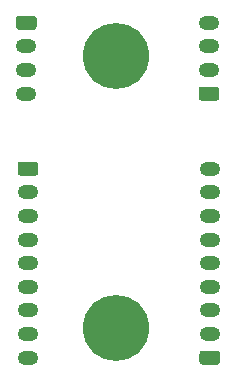
<source format=gbr>
%TF.GenerationSoftware,KiCad,Pcbnew,(5.1.9)-1*%
%TF.CreationDate,2021-03-11T22:21:30-06:00*%
%TF.ProjectId,OpeNITHM-Tower-Extenders__Main-Body,4f70654e-4954-4484-9d2d-546f7765722d,rev?*%
%TF.SameCoordinates,Original*%
%TF.FileFunction,Copper,L2,Bot*%
%TF.FilePolarity,Positive*%
%FSLAX46Y46*%
G04 Gerber Fmt 4.6, Leading zero omitted, Abs format (unit mm)*
G04 Created by KiCad (PCBNEW (5.1.9)-1) date 2021-03-11 22:21:30*
%MOMM*%
%LPD*%
G01*
G04 APERTURE LIST*
%TA.AperFunction,ComponentPad*%
%ADD10O,1.750000X1.200000*%
%TD*%
%TA.AperFunction,ComponentPad*%
%ADD11C,5.600000*%
%TD*%
G04 APERTURE END LIST*
D10*
%TO.P,J4,9*%
%TO.N,Net-(J3-Pad1)*%
X82320000Y-59440000D03*
%TO.P,J4,8*%
%TO.N,Net-(J3-Pad2)*%
X82320000Y-61440000D03*
%TO.P,J4,7*%
%TO.N,Net-(J3-Pad3)*%
X82320000Y-63440000D03*
%TO.P,J4,6*%
%TO.N,Net-(J3-Pad4)*%
X82320000Y-65440000D03*
%TO.P,J4,5*%
%TO.N,Net-(J3-Pad5)*%
X82320000Y-67440000D03*
%TO.P,J4,4*%
%TO.N,Net-(J3-Pad6)*%
X82320000Y-69440000D03*
%TO.P,J4,3*%
%TO.N,Net-(J3-Pad7)*%
X82320000Y-71440000D03*
%TO.P,J4,2*%
%TO.N,Net-(J3-Pad8)*%
X82320000Y-73440000D03*
%TO.P,J4,1*%
%TO.N,Net-(J3-Pad9)*%
%TA.AperFunction,ComponentPad*%
G36*
G01*
X82945001Y-76040000D02*
X81694999Y-76040000D01*
G75*
G02*
X81445000Y-75790001I0J249999D01*
G01*
X81445000Y-75089999D01*
G75*
G02*
X81694999Y-74840000I249999J0D01*
G01*
X82945001Y-74840000D01*
G75*
G02*
X83195000Y-75089999I0J-249999D01*
G01*
X83195000Y-75790001D01*
G75*
G02*
X82945001Y-76040000I-249999J0D01*
G01*
G37*
%TD.AperFunction*%
%TD*%
%TO.P,J2,4*%
%TO.N,Net-(J1-Pad1)*%
X82250000Y-47080000D03*
%TO.P,J2,3*%
%TO.N,Net-(J1-Pad2)*%
X82250000Y-49080000D03*
%TO.P,J2,2*%
%TO.N,Net-(J1-Pad3)*%
X82250000Y-51080000D03*
%TO.P,J2,1*%
%TO.N,Net-(J1-Pad4)*%
%TA.AperFunction,ComponentPad*%
G36*
G01*
X82875001Y-53680000D02*
X81624999Y-53680000D01*
G75*
G02*
X81375000Y-53430001I0J249999D01*
G01*
X81375000Y-52729999D01*
G75*
G02*
X81624999Y-52480000I249999J0D01*
G01*
X82875001Y-52480000D01*
G75*
G02*
X83125000Y-52729999I0J-249999D01*
G01*
X83125000Y-53430001D01*
G75*
G02*
X82875001Y-53680000I-249999J0D01*
G01*
G37*
%TD.AperFunction*%
%TD*%
D11*
%TO.P,H2,1*%
%TO.N,N/C*%
X74380000Y-72880000D03*
%TD*%
%TO.P,H1,1*%
%TO.N,N/C*%
X74340000Y-49890000D03*
%TD*%
D10*
%TO.P,J3,9*%
%TO.N,Net-(J3-Pad9)*%
X66922000Y-75433000D03*
%TO.P,J3,8*%
%TO.N,Net-(J3-Pad8)*%
X66922000Y-73433000D03*
%TO.P,J3,7*%
%TO.N,Net-(J3-Pad7)*%
X66922000Y-71433000D03*
%TO.P,J3,6*%
%TO.N,Net-(J3-Pad6)*%
X66922000Y-69433000D03*
%TO.P,J3,5*%
%TO.N,Net-(J3-Pad5)*%
X66922000Y-67433000D03*
%TO.P,J3,4*%
%TO.N,Net-(J3-Pad4)*%
X66922000Y-65433000D03*
%TO.P,J3,3*%
%TO.N,Net-(J3-Pad3)*%
X66922000Y-63433000D03*
%TO.P,J3,2*%
%TO.N,Net-(J3-Pad2)*%
X66922000Y-61433000D03*
%TO.P,J3,1*%
%TO.N,Net-(J3-Pad1)*%
%TA.AperFunction,ComponentPad*%
G36*
G01*
X66296999Y-58833000D02*
X67547001Y-58833000D01*
G75*
G02*
X67797000Y-59082999I0J-249999D01*
G01*
X67797000Y-59783001D01*
G75*
G02*
X67547001Y-60033000I-249999J0D01*
G01*
X66296999Y-60033000D01*
G75*
G02*
X66047000Y-59783001I0J249999D01*
G01*
X66047000Y-59082999D01*
G75*
G02*
X66296999Y-58833000I249999J0D01*
G01*
G37*
%TD.AperFunction*%
%TD*%
%TO.P,J1,4*%
%TO.N,Net-(J1-Pad4)*%
X66782000Y-53086000D03*
%TO.P,J1,3*%
%TO.N,Net-(J1-Pad3)*%
X66782000Y-51086000D03*
%TO.P,J1,2*%
%TO.N,Net-(J1-Pad2)*%
X66782000Y-49086000D03*
%TO.P,J1,1*%
%TO.N,Net-(J1-Pad1)*%
%TA.AperFunction,ComponentPad*%
G36*
G01*
X66156999Y-46486000D02*
X67407001Y-46486000D01*
G75*
G02*
X67657000Y-46735999I0J-249999D01*
G01*
X67657000Y-47436001D01*
G75*
G02*
X67407001Y-47686000I-249999J0D01*
G01*
X66156999Y-47686000D01*
G75*
G02*
X65907000Y-47436001I0J249999D01*
G01*
X65907000Y-46735999D01*
G75*
G02*
X66156999Y-46486000I249999J0D01*
G01*
G37*
%TD.AperFunction*%
%TD*%
M02*

</source>
